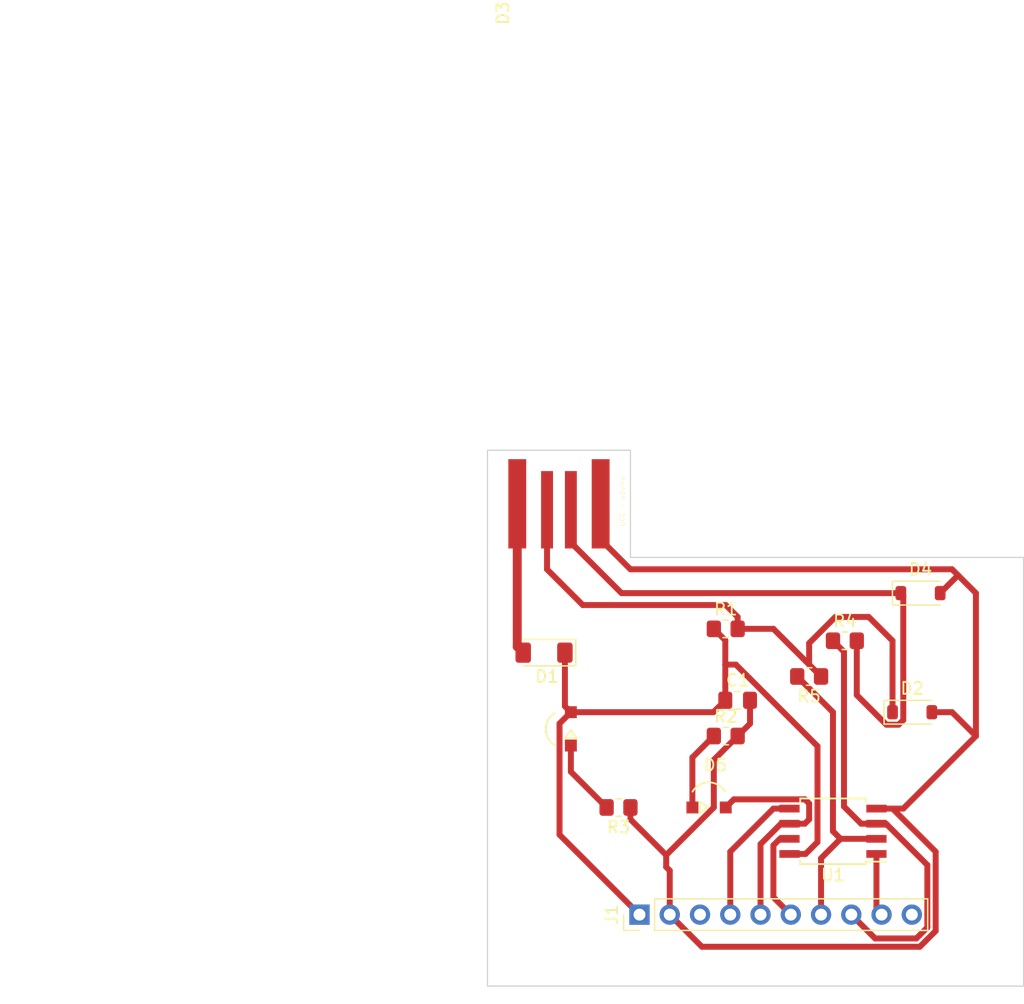
<source format=kicad_pcb>
(kicad_pcb (version 20241229) (generator "pcbnew") (generator_version "9.0")
  (layers (0 "F.Cu" signal) (2 "B.Cu" signal) (13 "F.Paste" user) (15 "B.Paste" user) (5 "F.SilkS" user "F.Silkscreen") (7 "B.SilkS" user "B.Silkscreen") (1 "F.Mask" user) (3 "B.Mask" user) (25 "Edge.Cuts" user))
  (net 0 "")
  (net 1 "GND")
  (net 2 "Net-(D1-A)")
  (net 3 "+5V")
  (net 4 "Net-(D2-K)")
  (net 5 "Net-(D3-K)")
  (net 6 "Net-(D4-K)")
  (net 7 "Net-(D5-K)")
  (net 8 "Net-(D5-A)")
  (net 9 "Net-(J1-Pin_4)")
  (net 10 "Net-(J1-Pin_7)")
  (net 12 "Net-(J1-Pin_6)")
  (net 13 "Net-(J1-Pin_9)")
  (net 14 "Net-(J1-Pin_8)")
  (footprint "Package_SO:SOIC-8W_5.3x5.3mm_P1.27mm" (layer "F.Cu") (at 200 86 180)
    (property "Reference" "U1" (at 0 -3.68 0) (layer "F.SilkS"))
    (property "Value" "ATtiny85-20S")
    (fp_line (start 2.75 2.755) (end 2.75 2.455) (stroke (width 0.15)) (layer "F.SilkS"))
    (fp_line (start 2.75 -2.755) (end 2.75 -2.455) (stroke (width 0.15)) (layer "F.SilkS"))
    (fp_line (start -2.75 2.755) (end 2.75 2.755) (stroke (width 0.15)) (layer "F.SilkS"))
    (fp_line (start -2.75 2.755) (end -2.75 2.455) (stroke (width 0.15)) (layer "F.SilkS"))
    (fp_line (start -2.75 -2.55) (end -4.5 -2.55) (stroke (width 0.15)) (layer "F.SilkS"))
    (fp_line (start -2.75 -2.755) (end 2.75 -2.755) (stroke (width 0.15)) (layer "F.SilkS"))
    (fp_line (start -2.75 -2.755) (end -2.75 -2.55) (stroke (width 0.15)) (layer "F.SilkS"))
    (pad "1" smd rect (at -3.65 -1.905 180) (size 1.7 0.65) (layers "F.Cu" "F.Mask" "F.Paste") (net 13 "Net-(J1-Pin_9)"))
    (pad "2" smd rect (at -3.65 -0.635 180) (size 1.7 0.65) (layers "F.Cu" "F.Mask" "F.Paste") (net 10 "Net-(J1-Pin_7)"))
    (pad "3" smd rect (at -3.65 0.635 180) (size 1.7 0.65) (layers "F.Cu" "F.Mask" "F.Paste") (net 14 "Net-(J1-Pin_8)"))
    (pad "4" smd rect (at -3.65 1.905 180) (size 1.7 0.65) (layers "F.Cu" "F.Mask" "F.Paste") (net 1 "GND"))
    (pad "5" smd rect (at 3.65 1.905 180) (size 1.7 0.65) (layers "F.Cu" "F.Mask" "F.Paste") (net 9 "Net-(J1-Pin_4)"))
    (pad "6" smd rect (at 3.65 0.635 180) (size 1.7 0.65) (layers "F.Cu" "F.Mask" "F.Paste") (net 8 "Net-(D5-A)"))
    (pad "7" smd rect (at 3.65 -0.635 180) (size 1.7 0.65) (layers "F.Cu" "F.Mask" "F.Paste") (net 12 "Net-(J1-Pin_6)"))
    (pad "8" smd rect (at 3.65 -1.905 180) (size 1.7 0.65) (layers "F.Cu" "F.Mask" "F.Paste") (net 3 "+5V"))
  )
  (footprint "ledSmd:ledSMD" (layer "F.Cu") (at 178 77 90)
    (property "Reference" "D3" (at 59.71 -5.7 90) (layer "F.SilkS"))
    (property "Value" "LED")
    (fp_line (start -1.15 -0.475) (end -0.5 0) (stroke (width 0.15)) (layer "F.SilkS"))
    (fp_line (start -0.5 0) (end -1.2 0.5) (stroke (width 0.15)) (layer "F.SilkS"))
    (fp_line (start -1.2 0.5) (end -1.2 -0.5) (stroke (width 0.15)) (layer "F.SilkS"))
    (fp_arc (start -1.786089 -1.331572) (mid -0.435753 -2.107089) (end 0.924999 -1.349999) (stroke (width 0.15)) (layer "F.SilkS"))
    (pad "1" smd rect (at -1.8 0 90) (size 1 1) (layers "F.Cu" "F.Mask" "F.Paste") (net 5 "Net-(D3-K)"))
    (pad "2" smd rect (at 1 0 90) (size 1 1) (layers "F.Cu" "F.Mask" "F.Paste") (net 3 "+5V"))
  )
  (footprint "ledSmd:ledSMD" (layer "F.Cu") (at 190 84)
    (property "Reference" "D5" (at 0.125 -3.55 0) (layer "F.SilkS"))
    (property "Value" "LED")
    (fp_line (start -1.2 0.5) (end -1.2 -0.5) (stroke (width 0.15)) (layer "F.SilkS"))
    (fp_line (start -1.15 -0.475) (end -0.5 0) (stroke (width 0.15)) (layer "F.SilkS"))
    (fp_line (start -0.5 0) (end -1.2 0.5) (stroke (width 0.15)) (layer "F.SilkS"))
    (fp_arc (start -1.786089 -1.331572) (mid -0.435753 -2.107089) (end 0.924999 -1.349999) (stroke (width 0.15)) (layer "F.SilkS"))
    (pad "1" smd rect (at -1.8 0) (size 1 1) (layers "F.Cu" "F.Mask" "F.Paste") (net 7 "Net-(D5-K)"))
    (pad "2" smd rect (at 1 0) (size 1 1) (layers "F.Cu" "F.Mask" "F.Paste") (net 8 "Net-(D5-A)"))
  )
  (footprint "embeddedPcbUsb:USB_A_UCC" (layer "F.Cu") (at 177 58.7 -90)
    (property "Reference" "J2" (hide yes))
    (property "Value" "USB_A" (hide yes))
    (fp_text user "UCC - uDuino" (at -2.54 -5.08 90) (layer "F.SilkS") (effects (font (size 0.38608 0.38608) (thickness 0.032512)) (justify right top)))
    (pad "1" smd rect (at -0.2 3.5 270) (size 7.5 1.5) (layers "F.Cu" "F.Mask" "F.Paste") (net 2 "Net-(D1-A)"))
    (pad "2" smd rect (at 0.3 1 270) (size 6.5 1) (layers "F.Cu" "F.Mask" "F.Paste") (net 4 "Net-(D2-K)"))
    (pad "3" smd rect (at 0.3 -1 270) (size 6.5 1) (layers "F.Cu" "F.Mask" "F.Paste") (net 6 "Net-(D4-K)"))
    (pad "4" smd rect (at -0.2 -3.5 270) (size 7.5 1.5) (layers "F.Cu" "F.Mask" "F.Paste") (net 1 "GND"))
  )
  (footprint "Capacitor_SMD:C_0805_2012Metric_Pad1.18x1.45mm_HandSolder" (layer "F.Cu") (at 192 75)
    (property "Reference" "C1" (at 0 -1.68 0) (layer "F.SilkS"))
    (property "Value" "C")
    (fp_line (start -0.261252 -0.735) (end 0.261252 -0.735) (stroke (width 0.12)) (layer "F.SilkS"))
    (fp_line (start -0.261252 0.735) (end 0.261252 0.735) (stroke (width 0.12)) (layer "F.SilkS"))
    (pad "1" smd roundrect (at -1.0375 0) (size 1.175 1.45) (layers "F.Cu" "F.Mask" "F.Paste") (roundrect_rratio 0.212766) (net 3 "+5V"))
    (pad "2" smd roundrect (at 1.0375 0) (size 1.175 1.45) (layers "F.Cu" "F.Mask" "F.Paste") (roundrect_rratio 0.212766) (net 1 "GND"))
  )
  (footprint "Resistor_SMD:R_0805_2012Metric_Pad1.20x1.40mm_HandSolder" (layer "F.Cu") (at 198 73 180)
    (property "Reference" "R5" (at 0 -1.65 0) (layer "F.SilkS"))
    (property "Value" "68Ω 5% 1/8W")
    (fp_line (start -0.227064 0.735) (end 0.227064 0.735) (stroke (width 0.12)) (layer "F.SilkS"))
    (fp_line (start -0.227064 -0.735) (end 0.227064 -0.735) (stroke (width 0.12)) (layer "F.SilkS"))
    (pad "1" smd roundrect (at -1 0 180) (size 1.2 1.4) (layers "F.Cu" "F.Mask" "F.Paste") (roundrect_rratio 0.208333) (net 4 "Net-(D2-K)"))
    (pad "2" smd roundrect (at 1 0 180) (size 1.2 1.4) (layers "F.Cu" "F.Mask" "F.Paste") (roundrect_rratio 0.208333) (net 10 "Net-(J1-Pin_7)"))
  )
  (footprint "Connector_PinHeader_2.54mm:PinHeader_1x10_P2.54mm_Vertical" (layer "F.Cu") (at 183.76 93 90)
    (property "Reference" "J1" (at 0 -2.33 90) (layer "F.SilkS"))
    (property "Value" "Conn_01x10_Socket")
    (fp_line (start -1.33 -1.33) (end 0 -1.33) (stroke (width 0.12)) (layer "F.SilkS"))
    (fp_line (start -1.33 0) (end -1.33 -1.33) (stroke (width 0.12)) (layer "F.SilkS"))
    (fp_line (start 1.33 1.27) (end 1.33 24.19) (stroke (width 0.12)) (layer "F.SilkS"))
    (fp_line (start -1.33 1.27) (end 1.33 1.27) (stroke (width 0.12)) (layer "F.SilkS"))
    (fp_line (start -1.33 1.27) (end -1.33 24.19) (stroke (width 0.12)) (layer "F.SilkS"))
    (fp_line (start -1.33 24.19) (end 1.33 24.19) (stroke (width 0.12)) (layer "F.SilkS"))
    (pad "1" thru_hole rect (at 0 0 90) (size 1.7 1.7) (drill 1) (layers "*.Cu" "*.Mask") (net 3 "+5V"))
    (pad "2" thru_hole oval (at 0 2.54 90) (size 1.7 1.7) (drill 1) (layers "*.Cu" "*.Mask") (net 1 "GND"))
    (pad "3" thru_hole oval (at 0 5.08 90) (size 1.7 1.7) (drill 1) (layers "*.Cu" "*.Mask"))
    (pad "4" thru_hole oval (at 0 7.62 90) (size 1.7 1.7) (drill 1) (layers "*.Cu" "*.Mask") (net 9 "Net-(J1-Pin_4)"))
    (pad "5" thru_hole oval (at 0 10.16 90) (size 1.7 1.7) (drill 1) (layers "*.Cu" "*.Mask") (net 8 "Net-(D5-A)"))
    (pad "6" thru_hole oval (at 0 12.7 90) (size 1.7 1.7) (drill 1) (layers "*.Cu" "*.Mask") (net 12 "Net-(J1-Pin_6)"))
    (pad "7" thru_hole oval (at 0 15.24 90) (size 1.7 1.7) (drill 1) (layers "*.Cu" "*.Mask") (net 10 "Net-(J1-Pin_7)"))
    (pad "8" thru_hole oval (at 0 17.78 90) (size 1.7 1.7) (drill 1) (layers "*.Cu" "*.Mask") (net 14 "Net-(J1-Pin_8)"))
    (pad "9" thru_hole oval (at 0 20.32 90) (size 1.7 1.7) (drill 1) (layers "*.Cu" "*.Mask") (net 13 "Net-(J1-Pin_9)"))
    (pad "10" thru_hole oval (at 0 22.86 90) (size 1.7 1.7) (drill 1) (layers "*.Cu" "*.Mask"))
  )
  (footprint "Resistor_SMD:R_0805_2012Metric_Pad1.20x1.40mm_HandSolder" (layer "F.Cu") (at 182 84 180)
    (property "Reference" "R3" (at 0 -1.65 0) (layer "F.SilkS"))
    (property "Value" "330Ω 5% 1/8W")
    (fp_line (start -0.227064 0.735) (end 0.227064 0.735) (stroke (width 0.12)) (layer "F.SilkS"))
    (fp_line (start -0.227064 -0.735) (end 0.227064 -0.735) (stroke (width 0.12)) (layer "F.SilkS"))
    (pad "1" smd roundrect (at -1 0 180) (size 1.2 1.4) (layers "F.Cu" "F.Mask" "F.Paste") (roundrect_rratio 0.208333) (net 1 "GND"))
    (pad "2" smd roundrect (at 1 0 180) (size 1.2 1.4) (layers "F.Cu" "F.Mask" "F.Paste") (roundrect_rratio 0.208333) (net 5 "Net-(D3-K)"))
  )
  (footprint "Diode_SMD:D_MiniMELF" (layer "F.Cu") (at 175.75 71 180)
    (property "Reference" "D1" (at -0.25 -2 180) (layer "F.SilkS"))
    (property "Value" "D_Filled")
    (fp_line (start 1.75 -1.11) (end -2.66 -1.11) (stroke (width 0.12)) (layer "F.SilkS"))
    (fp_line (start -2.66 1.11) (end 1.75 1.11) (stroke (width 0.12)) (layer "F.SilkS"))
    (fp_line (start -2.66 -1.11) (end -2.66 1.11) (stroke (width 0.12)) (layer "F.SilkS"))
    (pad "1" smd roundrect (at -1.75 0 180) (size 1.3 1.7) (layers "F.Cu" "F.Mask" "F.Paste") (roundrect_rratio 0.1923076923) (net 3 "+5V"))
    (pad "2" smd roundrect (at 1.75 0 180) (size 1.3 1.7) (layers "F.Cu" "F.Mask" "F.Paste") (roundrect_rratio 0.1923076923) (net 2 "Net-(D1-A)"))
  )
  (footprint "Diode_SMD:D_SOD-123" (layer "F.Cu") (at 206.65 76)
    (property "Reference" "D2" (at 0 -2 0) (layer "F.SilkS"))
    (property "Value" "3.6V 1/2mW")
    (fp_line (start -2.36 -1) (end -2.36 1) (stroke (width 0.12)) (layer "F.SilkS"))
    (fp_line (start -2.36 -1) (end 1.65 -1) (stroke (width 0.12)) (layer "F.SilkS"))
    (fp_line (start -2.36 1) (end 1.65 1) (stroke (width 0.12)) (layer "F.SilkS"))
    (pad "1" smd roundrect (at -1.65 0) (size 0.9 1.2) (layers "F.Cu" "F.Mask" "F.Paste") (net 4 "Net-(D2-K)"))
    (pad "2" smd roundrect (at 1.65 0) (size 0.9 1.2) (layers "F.Cu" "F.Mask" "F.Paste") (net 1 "GND"))
  )
  (footprint "Resistor_SMD:R_0805_2012Metric_Pad1.20x1.40mm_HandSolder" (layer "F.Cu") (at 191 78)
    (property "Reference" "R2" (at 0 -1.65 0) (layer "F.SilkS"))
    (property "Value" "330Ω 5% 1/8W")
    (fp_line (start -0.227064 -0.735) (end 0.227064 -0.735) (stroke (width 0.12)) (layer "F.SilkS"))
    (fp_line (start -0.227064 0.735) (end 0.227064 0.735) (stroke (width 0.12)) (layer "F.SilkS"))
    (pad "1" smd roundrect (at -1 0) (size 1.2 1.4) (layers "F.Cu" "F.Mask" "F.Paste") (roundrect_rratio 0.208333) (net 7 "Net-(D5-K)"))
    (pad "2" smd roundrect (at 1 0) (size 1.2 1.4) (layers "F.Cu" "F.Mask" "F.Paste") (roundrect_rratio 0.208333) (net 1 "GND"))
  )
  (footprint "Resistor_SMD:R_0805_2012Metric_Pad1.20x1.40mm_HandSolder" (layer "F.Cu") (at 191 69)
    (property "Reference" "R1" (at 0 -1.65 0) (layer "F.SilkS"))
    (property "Value" "1.5KΩ 5% 1/8W")
    (fp_line (start -0.227064 -0.735) (end 0.227064 -0.735) (stroke (width 0.12)) (layer "F.SilkS"))
    (fp_line (start -0.227064 0.735) (end 0.227064 0.735) (stroke (width 0.12)) (layer "F.SilkS"))
    (pad "1" smd roundrect (at -1 0) (size 1.2 1.4) (layers "F.Cu" "F.Mask" "F.Paste") (roundrect_rratio 0.208333) (net 3 "+5V"))
    (pad "2" smd roundrect (at 1 0) (size 1.2 1.4) (layers "F.Cu" "F.Mask" "F.Paste") (roundrect_rratio 0.208333) (net 4 "Net-(D2-K)"))
  )
  (footprint "Resistor_SMD:R_0805_2012Metric_Pad1.20x1.40mm_HandSolder" (layer "F.Cu") (at 201 70)
    (property "Reference" "R4" (at 0 -1.65 0) (layer "F.SilkS"))
    (property "Value" "68Ω 5% 1/8W")
    (fp_line (start -0.227064 -0.735) (end 0.227064 -0.735) (stroke (width 0.12)) (layer "F.SilkS"))
    (fp_line (start -0.227064 0.735) (end 0.227064 0.735) (stroke (width 0.12)) (layer "F.SilkS"))
    (pad "1" smd roundrect (at -1 0) (size 1.2 1.4) (layers "F.Cu" "F.Mask" "F.Paste") (roundrect_rratio 0.208333) (net 14 "Net-(J1-Pin_8)"))
    (pad "2" smd roundrect (at 1 0) (size 1.2 1.4) (layers "F.Cu" "F.Mask" "F.Paste") (roundrect_rratio 0.208333) (net 6 "Net-(D4-K)"))
  )
  (footprint "Diode_SMD:D_SOD-123" (layer "F.Cu") (at 207.35 66)
    (property "Reference" "D4" (at 0 -2 0) (layer "F.SilkS"))
    (property "Value" "3.6V 1/2mW")
    (fp_line (start -2.36 -1) (end -2.36 1) (stroke (width 0.12)) (layer "F.SilkS"))
    (fp_line (start -2.36 -1) (end 1.65 -1) (stroke (width 0.12)) (layer "F.SilkS"))
    (fp_line (start -2.36 1) (end 1.65 1) (stroke (width 0.12)) (layer "F.SilkS"))
    (pad "1" smd roundrect (at -1.65 0) (size 0.9 1.2) (layers "F.Cu" "F.Mask" "F.Paste") (net 6 "Net-(D4-K)"))
    (pad "2" smd roundrect (at 1.65 0) (size 0.9 1.2) (layers "F.Cu" "F.Mask" "F.Paste") (net 1 "GND"))
  )
  (gr_line (start 216 99) (end 216 63) (stroke (width 0.1)) (layer "Edge.Cuts"))
  (gr_line (start 183 54) (end 183 63) (stroke (width 0.1)) (layer "Edge.Cuts"))
  (gr_line (start 216 63) (end 183 63) (stroke (width 0.1)) (layer "Edge.Cuts"))
  (gr_line (start 171 99) (end 216 99) (stroke (width 0.1)) (layer "Edge.Cuts"))
  (gr_line (start 171 54) (end 171 99) (stroke (width 0.1)) (layer "Edge.Cuts"))
  (gr_line (start 171 54) (end 183 54) (stroke (width 0.1)) (layer "Edge.Cuts"))
  (segment (start 186 88) (end 186 89) (width 0.5) (layer "F.Cu") (net 1))
  (segment (start 183 85) (end 186 88) (width 0.5) (layer "F.Cu") (net 1))
  (segment (start 186.3 89.3) (end 186.3 93) (width 0.5) (layer "F.Cu") (net 1))
  (segment (start 205.905 84.095) (end 212 78) (width 0.5) (layer "F.Cu") (net 1))
  (segment (start 203.65 84.095) (end 205.905 84.095) (width 0.5) (layer "F.Cu") (net 1))
  (segment (start 192 78) (end 190 80) (width 0.5) (layer "F.Cu") (net 1))
  (segment (start 193.0375 75) (end 193.0375 76.9625) (width 0.5) (layer "F.Cu") (net 1))
  (segment (start 205 84.095) (end 208.622 87.717) (width 0.5) (layer "F.Cu") (net 1))
  (segment (start 210 64) (end 183 64) (width 0.5) (layer "F.Cu") (net 1))
  (segment (start 208.622 94.369364) (end 207.290364 95.701) (width 0.5) (layer "F.Cu") (net 1))
  (segment (start 186 89) (end 186.3 89.3) (width 0.5) (layer "F.Cu") (net 1))
  (segment (start 203.65 84.095) (end 205 84.095) (width 0.5) (layer "F.Cu") (net 1))
  (segment (start 212 78) (end 212 66) (width 0.5) (layer "F.Cu") (net 1))
  (segment (start 180.5 61.5) (end 180.5 58.5) (width 0.5) (layer "F.Cu") (net 1))
  (segment (start 212 66) (end 210.5 64.5) (width 0.5) (layer "F.Cu") (net 1))
  (segment (start 210 76) (end 212 78) (width 0.5) (layer "F.Cu") (net 1))
  (segment (start 209 66) (end 210.5 64.5) (width 0.5) (layer "F.Cu") (net 1))
  (segment (start 190 80) (end 190 84) (width 0.5) (layer "F.Cu") (net 1))
  (segment (start 210.5 64.5) (end 210 64) (width 0.5) (layer "F.Cu") (net 1))
  (segment (start 183 84) (end 183 85) (width 0.5) (layer "F.Cu") (net 1))
  (segment (start 207.290364 95.701) (end 189.001 95.701) (width 0.5) (layer "F.Cu") (net 1))
  (segment (start 208.622 87.717) (end 208.622 94.369364) (width 0.5) (layer "F.Cu") (net 1))
  (segment (start 190 84) (end 186 88) (width 0.5) (layer "F.Cu") (net 1))
  (segment (start 189.001 95.701) (end 186.3 93) (width 0.5) (layer "F.Cu") (net 1))
  (segment (start 183 64) (end 180.5 61.5) (width 0.5) (layer "F.Cu") (net 1))
  (segment (start 193.0375 76.9625) (end 192 78) (width 0.5) (layer "F.Cu") (net 1))
  (segment (start 208.3 76) (end 210 76) (width 0.5) (layer "F.Cu") (net 1))
  (segment (start 173.5 55.5) (end 173.5 58.5) (width 0.75) (layer "F.Cu") (net 2))
  (segment (start 173.5 70.5) (end 174 71) (width 0.75) (layer "F.Cu") (net 2))
  (segment (start 173.5 58.5) (end 173.5 70.5) (width 0.75) (layer "F.Cu") (net 2))
  (segment (start 198.701 86.904) (end 197.7 87.905) (width 0.5) (layer "F.Cu") (net 3))
  (segment (start 198.701 78.852708) (end 198.701 86.904) (width 0.5) (layer "F.Cu") (net 3))
  (segment (start 178 76) (end 177.049 76.951) (width 0.5) (layer "F.Cu") (net 3))
  (segment (start 189.9625 76) (end 190.9625 75) (width 0.5) (layer "F.Cu") (net 3))
  (segment (start 190.9625 72) (end 191.848292 72) (width 0.5) (layer "F.Cu") (net 3))
  (segment (start 177.5 75.5) (end 178 76) (width 0.5) (layer "F.Cu") (net 3))
  (segment (start 190.9625 69.9625) (end 190 69) (width 0.5) (layer "F.Cu") (net 3))
  (segment (start 177.049 86.289) (end 183.76 93) (width 0.5) (layer "F.Cu") (net 3))
  (segment (start 177.5 71) (end 177.5 75.5) (width 0.5) (layer "F.Cu") (net 3))
  (segment (start 178 76) (end 189.9625 76) (width 0.5) (layer "F.Cu") (net 3))
  (segment (start 177.049 76.951) (end 177.049 86.289) (width 0.5) (layer "F.Cu") (net 3))
  (segment (start 190.9625 75) (end 190.9625 72) (width 0.5) (layer "F.Cu") (net 3))
  (segment (start 197.7 87.905) (end 196.35 87.905) (width 0.5) (layer "F.Cu") (net 3))
  (segment (start 191.848292 72) (end 198.701 78.852708) (width 0.5) (layer "F.Cu") (net 3))
  (segment (start 190.9625 72) (end 190.9625 69.9625) (width 0.5) (layer "F.Cu") (net 3))
  (segment (start 198 72) (end 198 70.201708) (width 0.5) (layer "F.Cu") (net 4))
  (segment (start 203 68) (end 205 70) (width 0.5) (layer "F.Cu") (net 4))
  (segment (start 205 70) (end 205 76) (width 0.5) (layer "F.Cu") (net 4))
  (segment (start 176 64) (end 176 59) (width 0.5) (layer "F.Cu") (net 4))
  (segment (start 191 67) (end 179 67) (width 0.5) (layer "F.Cu") (net 4))
  (segment (start 192 68) (end 191 67) (width 0.5) (layer "F.Cu") (net 4))
  (segment (start 195 69) (end 198 72) (width 0.5) (layer "F.Cu") (net 4))
  (segment (start 179 67) (end 176 64) (width 0.5) (layer "F.Cu") (net 4))
  (segment (start 192 69) (end 195 69) (width 0.5) (layer "F.Cu") (net 4))
  (segment (start 198 70.201708) (end 200.201708 68) (width 0.5) (layer "F.Cu") (net 4))
  (segment (start 198 72) (end 199 73) (width 0.5) (layer "F.Cu") (net 4))
  (segment (start 200.201708 68) (end 203 68) (width 0.5) (layer "F.Cu") (net 4))
  (segment (start 192 69) (end 192 68) (width 0.5) (layer "F.Cu") (net 4))
  (segment (start 178 81) (end 181 84) (width 0.5) (layer "F.Cu") (net 5))
  (segment (start 178 78.8) (end 178 81) (width 0.5) (layer "F.Cu") (net 5))
  (segment (start 178 61.75) (end 178 59) (width 0.5) (layer "F.Cu") (net 6))
  (segment (start 202 74.562242) (end 204.488758 77.051) (width 0.5) (layer "F.Cu") (net 6))
  (segment (start 205.901 76.661242) (end 205.901 66.201) (width 0.5) (layer "F.Cu") (net 6))
  (segment (start 205.7 66) (end 182.25 66) (width 0.5) (layer "F.Cu") (net 6))
  (segment (start 205.901 66.201) (end 205.7 66) (width 0.5) (layer "F.Cu") (net 6))
  (segment (start 204.488758 77.051) (end 205.511242 77.051) (width 0.5) (layer "F.Cu") (net 6))
  (segment (start 202 70) (end 202 74.562242) (width 0.5) (layer "F.Cu") (net 6))
  (segment (start 182.25 66) (end 178 61.75) (width 0.5) (layer "F.Cu") (net 6))
  (segment (start 205.511242 77.051) (end 205.901 76.661242) (width 0.5) (layer "F.Cu") (net 6))
  (segment (start 190 78) (end 188.2 79.8) (width 0.5) (layer "F.Cu") (net 7))
  (segment (start 188.2 79.8) (end 188.2 84) (width 0.5) (layer "F.Cu") (net 7))
  (segment (start 193.92 87.08) (end 193.92 93) (width 0.5) (layer "F.Cu") (net 8))
  (segment (start 195.635 85.365) (end 193.92 87.08) (width 0.5) (layer "F.Cu") (net 8))
  (segment (start 198 85) (end 197.635 85.365) (width 0.5) (layer "F.Cu") (net 8))
  (segment (start 197.651 83.319) (end 198 83.668) (width 0.5) (layer "F.Cu") (net 8))
  (segment (start 196.35 85.365) (end 195.635 85.365) (width 0.5) (layer "F.Cu") (net 8))
  (segment (start 191 84) (end 191.681 83.319) (width 0.5) (layer "F.Cu") (net 8))
  (segment (start 197.635 85.365) (end 196.35 85.365) (width 0.5) (layer "F.Cu") (net 8))
  (segment (start 198 83.668) (end 198 85) (width 0.5) (layer "F.Cu") (net 8))
  (segment (start 191.681 83.319) (end 197.651 83.319) (width 0.5) (layer "F.Cu") (net 8))
  (segment (start 191.38 87.715) (end 191.38 93) (width 0.5) (layer "F.Cu") (net 9))
  (segment (start 196.35 84.095) (end 195 84.095) (width 0.5) (layer "F.Cu") (net 9))
  (segment (start 195 84.095) (end 191.38 87.715) (width 0.5) (layer "F.Cu") (net 9))
  (segment (start 200 76) (end 200 86) (width 0.5) (layer "F.Cu") (net 10))
  (segment (start 200 86) (end 200.635 86.635) (width 0.5) (layer "F.Cu") (net 10))
  (segment (start 203.65 86.635) (end 200.635 86.635) (width 0.5) (layer "F.Cu") (net 10))
  (segment (start 199 88.27) (end 199 93) (width 0.5) (layer "F.Cu") (net 10))
  (segment (start 200.635 86.635) (end 199 88.27) (width 0.5) (layer "F.Cu") (net 10))
  (segment (start 197 73) (end 200 76) (width 0.5) (layer "F.Cu") (net 10))
  (segment (start 195.543 86.635) (end 195 87.178) (width 0.5) (layer "F.Cu") (net 12))
  (segment (start 195 91.54) (end 196.46 93) (width 0.5) (layer "F.Cu") (net 12))
  (segment (start 196.35 86.635) (end 195.543 86.635) (width 0.5) (layer "F.Cu") (net 12))
  (segment (start 195 87.178) (end 195 91.54) (width 0.5) (layer "F.Cu") (net 12))
  (segment (start 203.65 92.57) (end 204.08 93) (width 0.5) (layer "F.Cu") (net 13))
  (segment (start 203.65 87.905) (end 203.65 92.57) (width 0.5) (layer "F.Cu") (net 13))
  (segment (start 200.925364 70.925364) (end 200.925364 83.925364) (width 0.5) (layer "F.Cu") (net 14))
  (segment (start 203.65 85.365) (end 204.457 85.365) (width 0.5) (layer "F.Cu") (net 14))
  (segment (start 207.921 88.829) (end 207.921 94.079) (width 0.5) (layer "F.Cu") (net 14))
  (segment (start 207 95) (end 203.54 95) (width 0.5) (layer "F.Cu") (net 14))
  (segment (start 203.54 95) (end 201.54 93) (width 0.5) (layer "F.Cu") (net 14))
  (segment (start 200 70) (end 200.925364 70.925364) (width 0.5) (layer "F.Cu") (net 14))
  (segment (start 200.925364 83.925364) (end 202.365 85.365) (width 0.5) (layer "F.Cu") (net 14))
  (segment (start 202.365 85.365) (end 203.65 85.365) (width 0.5) (layer "F.Cu") (net 14))
  (segment (start 207.921 94.079) (end 207 95) (width 0.5) (layer "F.Cu") (net 14))
  (segment (start 204.457 85.365) (end 207.921 88.829) (width 0.5) (layer "F.Cu") (net 14))
)
</source>
